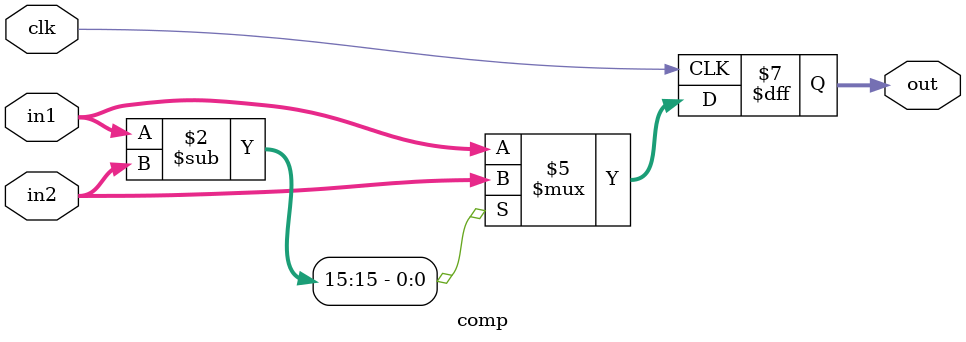
<source format=v>
`timescale 1ns / 1ps


module comp(in1,in2,out,clk);
input clk;
input signed[15:0] in1,in2;
output reg signed[15:0] out;
reg signed [15:0]sub;

always @(posedge clk)
    begin
        sub =  in1 - in2;
        if(sub[15] ==1)
            out = in2;
        else
            out = in1;
    end
endmodule

</source>
